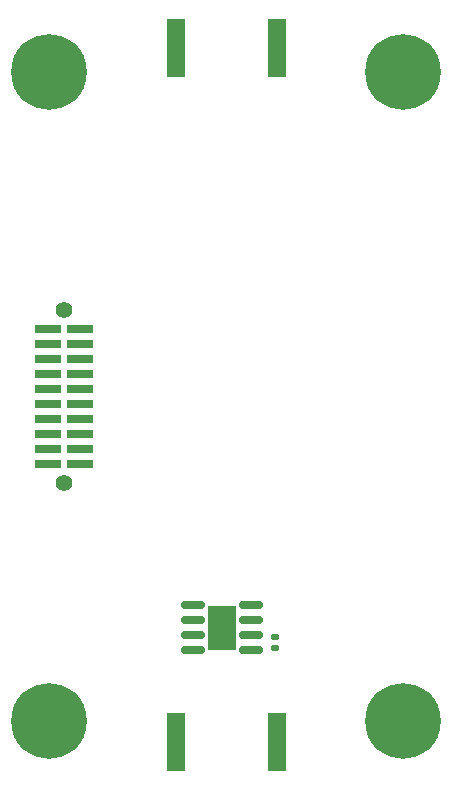
<source format=gbs>
%TF.GenerationSoftware,KiCad,Pcbnew,(6.0.1)*%
%TF.CreationDate,2022-03-10T13:17:56+01:00*%
%TF.ProjectId,XCOMMS_RF,58434f4d-4d53-45f5-9246-2e6b69636164,rev?*%
%TF.SameCoordinates,PX7ed6b40PY82a7440*%
%TF.FileFunction,Soldermask,Bot*%
%TF.FilePolarity,Negative*%
%FSLAX46Y46*%
G04 Gerber Fmt 4.6, Leading zero omitted, Abs format (unit mm)*
G04 Created by KiCad (PCBNEW (6.0.1)) date 2022-03-10 13:17:56*
%MOMM*%
%LPD*%
G01*
G04 APERTURE LIST*
G04 Aperture macros list*
%AMRoundRect*
0 Rectangle with rounded corners*
0 $1 Rounding radius*
0 $2 $3 $4 $5 $6 $7 $8 $9 X,Y pos of 4 corners*
0 Add a 4 corners polygon primitive as box body*
4,1,4,$2,$3,$4,$5,$6,$7,$8,$9,$2,$3,0*
0 Add four circle primitives for the rounded corners*
1,1,$1+$1,$2,$3*
1,1,$1+$1,$4,$5*
1,1,$1+$1,$6,$7*
1,1,$1+$1,$8,$9*
0 Add four rect primitives between the rounded corners*
20,1,$1+$1,$2,$3,$4,$5,0*
20,1,$1+$1,$4,$5,$6,$7,0*
20,1,$1+$1,$6,$7,$8,$9,0*
20,1,$1+$1,$8,$9,$2,$3,0*%
G04 Aperture macros list end*
%ADD10R,1.600000X4.900000*%
%ADD11C,0.800000*%
%ADD12C,6.400000*%
%ADD13R,2.220000X0.740000*%
%ADD14C,1.420000*%
%ADD15RoundRect,0.140000X-0.170000X0.140000X-0.170000X-0.140000X0.170000X-0.140000X0.170000X0.140000X0*%
%ADD16R,2.410000X3.810000*%
%ADD17RoundRect,0.150000X-0.825000X-0.150000X0.825000X-0.150000X0.825000X0.150000X-0.825000X0.150000X0*%
G04 APERTURE END LIST*
D10*
%TO.C,J1*%
X15799798Y62050200D03*
X24319798Y62050200D03*
%TD*%
D11*
%TO.C,SCRW2*%
X6697067Y58302950D03*
X5000011Y57600006D03*
X6697067Y61697062D03*
X3302955Y58302950D03*
D12*
X5000011Y60000006D03*
D11*
X5000011Y62400006D03*
X3302955Y61697062D03*
X7400011Y60000006D03*
X2600011Y60000006D03*
%TD*%
%TO.C,SCRW4*%
X36697058Y58302950D03*
X35000002Y57600006D03*
X33302946Y58302950D03*
D12*
X35000002Y60000006D03*
D11*
X32600002Y60000006D03*
X37400002Y60000006D03*
X36697058Y61697062D03*
X35000002Y62400006D03*
X33302946Y61697062D03*
%TD*%
%TO.C,SCRW1*%
X6697067Y3302933D03*
X3302955Y3302933D03*
X2600011Y4999989D03*
X3302955Y6697045D03*
X5000011Y7399989D03*
D12*
X5000011Y4999989D03*
D11*
X7400011Y4999989D03*
X5000011Y2599989D03*
X6697067Y6697045D03*
%TD*%
%TO.C,SCRW3*%
X37400002Y4999989D03*
D12*
X35000002Y4999989D03*
D11*
X32600002Y4999989D03*
X35000002Y7399989D03*
X33302946Y6697045D03*
X36697058Y6697045D03*
X36697058Y3302933D03*
X33302946Y3302933D03*
X35000002Y2599989D03*
%TD*%
D10*
%TO.C,J2*%
X24319798Y3239700D03*
X15799798Y3239700D03*
%TD*%
D13*
%TO.C,J3*%
X4969998Y38230000D03*
X7699998Y38230000D03*
X4969998Y36960000D03*
X7699998Y36960000D03*
X4969998Y35690000D03*
X7699998Y35690000D03*
X4969998Y34420000D03*
X7699998Y34420000D03*
X4969998Y33150000D03*
X7699998Y33150000D03*
X4969998Y31880000D03*
X7699998Y31880000D03*
X4969998Y30610000D03*
X7699998Y30610000D03*
X4969998Y29340000D03*
X7699998Y29340000D03*
X4969998Y28070000D03*
X7699998Y28070000D03*
X4969998Y26800000D03*
X7699998Y26800000D03*
D14*
X6334998Y25210000D03*
X6334998Y39820000D03*
%TD*%
D15*
%TO.C,C50*%
X24200000Y11219998D03*
X24200000Y12179998D03*
%TD*%
D16*
%TO.C,U7*%
X19700000Y12935002D03*
D17*
X22175000Y11030002D03*
X22175000Y12300002D03*
X22175000Y13570002D03*
X22175000Y14840002D03*
X17225000Y14840002D03*
X17225000Y13570002D03*
X17225000Y12300002D03*
X17225000Y11030002D03*
%TD*%
M02*

</source>
